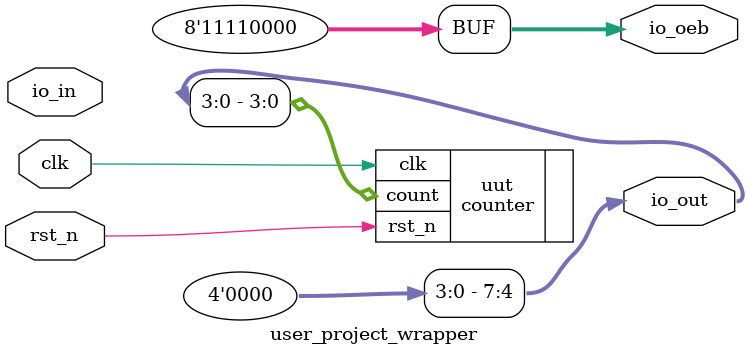
<source format=v>
module user_project_wrapper (
    input  clk,          // Тактовая частота от мантии (10 МГц)
    input  rst_n,        // Сброс от мантии
    
    // Внешние выводы кристалла (ограничено 8 пинами)
    inout  [7:0] io_in,   // Bidirectional пины
    output [7:0] io_out,  // Выходы
    output [7:0] io_oeb   // Направление: 1 = выход, 0 = вход
);

    // Экземпляр вашего счётчика
    counter uut (
        .clk(clk),
        .rst_n(rst_n),
        .count(io_out[3:0])  // Выводим 4 бита на пины 0-3
    );
    
    // Настройка направления пинов:
    // Пины 0-3 = выходы (счётчик), пины 4-7 = входы (не используются)
    assign io_oeb = 8'b11110000;
    
    // Подтягиваем неиспользуемые выходы к 0
    assign io_out[7:4] = 4'b0000;

endmodule

</source>
